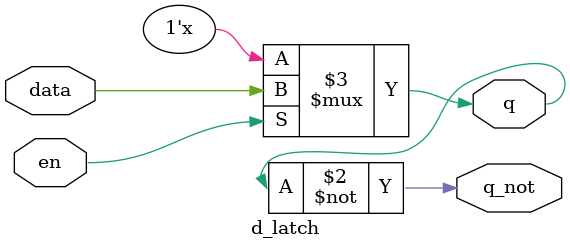
<source format=v>
module d_latch ( input data, en, output reg q, output q_not );
always @(en or data)
	begin
		if (en)
		begin
			q <= data;
		end
	end
	assign q_not = ~q;
endmodule
</source>
